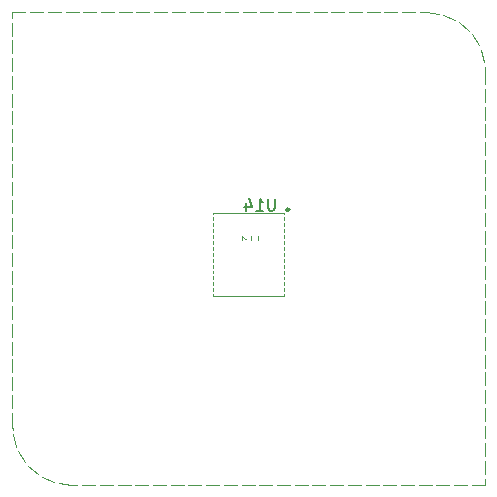
<source format=gbr>
%TF.GenerationSoftware,KiCad,Pcbnew,7.0.7+dfsg-1*%
%TF.CreationDate,2024-03-25T16:35:43+01:00*%
%TF.ProjectId,bitaxeUltra-asic,62697461-7865-4556-9c74-72612d617369,rev?*%
%TF.SameCoordinates,Original*%
%TF.FileFunction,Legend,Bot*%
%TF.FilePolarity,Positive*%
%FSLAX46Y46*%
G04 Gerber Fmt 4.6, Leading zero omitted, Abs format (unit mm)*
G04 Created by KiCad (PCBNEW 7.0.7+dfsg-1) date 2024-03-25 16:35:43*
%MOMM*%
%LPD*%
G01*
G04 APERTURE LIST*
G04 Aperture macros list*
%AMRoundRect*
0 Rectangle with rounded corners*
0 $1 Rounding radius*
0 $2 $3 $4 $5 $6 $7 $8 $9 X,Y pos of 4 corners*
0 Add a 4 corners polygon primitive as box body*
4,1,4,$2,$3,$4,$5,$6,$7,$8,$9,$2,$3,0*
0 Add four circle primitives for the rounded corners*
1,1,$1+$1,$2,$3*
1,1,$1+$1,$4,$5*
1,1,$1+$1,$6,$7*
1,1,$1+$1,$8,$9*
0 Add four rect primitives between the rounded corners*
20,1,$1+$1,$2,$3,$4,$5,0*
20,1,$1+$1,$4,$5,$6,$7,0*
20,1,$1+$1,$6,$7,$8,$9,0*
20,1,$1+$1,$8,$9,$2,$3,0*%
G04 Aperture macros list end*
%ADD10C,0.100000*%
%ADD11C,0.150000*%
%ADD12C,0.050000*%
%ADD13C,0.227485*%
%ADD14C,2.800000*%
%ADD15RoundRect,0.250001X0.899999X-0.899999X0.899999X0.899999X-0.899999X0.899999X-0.899999X-0.899999X0*%
%ADD16C,2.300000*%
%ADD17RoundRect,0.250000X0.625000X-0.350000X0.625000X0.350000X-0.625000X0.350000X-0.625000X-0.350000X0*%
%ADD18O,1.750000X1.200000*%
%ADD19R,0.792000X0.221000*%
%ADD20R,4.277000X1.810000*%
%ADD21R,4.277000X4.530000*%
%ADD22O,1.700000X1.700000*%
%ADD23R,1.700000X1.700000*%
G04 APERTURE END LIST*
D10*
X136651904Y-77427419D02*
X136651904Y-76427419D01*
X136651904Y-76903609D02*
X136080476Y-76903609D01*
X136080476Y-77427419D02*
X136080476Y-76427419D01*
X135080476Y-77427419D02*
X135651904Y-77427419D01*
X135366190Y-77427419D02*
X135366190Y-76427419D01*
X135366190Y-76427419D02*
X135461428Y-76570276D01*
X135461428Y-76570276D02*
X135556666Y-76665514D01*
X135556666Y-76665514D02*
X135651904Y-76713133D01*
D11*
X138098094Y-73271819D02*
X138098094Y-74081342D01*
X138098094Y-74081342D02*
X138050475Y-74176580D01*
X138050475Y-74176580D02*
X138002856Y-74224200D01*
X138002856Y-74224200D02*
X137907618Y-74271819D01*
X137907618Y-74271819D02*
X137717142Y-74271819D01*
X137717142Y-74271819D02*
X137621904Y-74224200D01*
X137621904Y-74224200D02*
X137574285Y-74176580D01*
X137574285Y-74176580D02*
X137526666Y-74081342D01*
X137526666Y-74081342D02*
X137526666Y-73271819D01*
X136526666Y-74271819D02*
X137098094Y-74271819D01*
X136812380Y-74271819D02*
X136812380Y-73271819D01*
X136812380Y-73271819D02*
X136907618Y-73414676D01*
X136907618Y-73414676D02*
X137002856Y-73509914D01*
X137002856Y-73509914D02*
X137098094Y-73557533D01*
X135669523Y-73605152D02*
X135669523Y-74271819D01*
X135907618Y-73224200D02*
X136145713Y-73938485D01*
X136145713Y-73938485D02*
X135526666Y-73938485D01*
D10*
%TO.C,H1*%
X155890000Y-62470000D02*
X155890000Y-63570000D01*
X155890000Y-63970000D02*
X155890000Y-65070000D01*
X155890000Y-65470000D02*
X155890000Y-66570000D01*
X155890000Y-66970000D02*
X155890000Y-68070000D01*
X155890000Y-68470000D02*
X155890000Y-69570000D01*
X155890000Y-69970000D02*
X155890000Y-71070000D01*
X155890000Y-71470000D02*
X155890000Y-72570000D01*
X155890000Y-72970000D02*
X155890000Y-74070000D01*
X155890000Y-74470000D02*
X155890000Y-75570000D01*
X155890000Y-75970000D02*
X155890000Y-77070000D01*
X155890000Y-77470000D02*
X155890000Y-78570000D01*
X155890000Y-78970000D02*
X155890000Y-80070000D01*
X155890000Y-80470000D02*
X155890000Y-81570000D01*
X155890000Y-81970000D02*
X155890000Y-83070000D01*
X155890000Y-83470000D02*
X155890000Y-84570000D01*
X155890000Y-84970000D02*
X155890000Y-86070000D01*
X155890000Y-86470000D02*
X155890000Y-87570000D01*
X155890000Y-87970000D02*
X155890000Y-89070000D01*
X155890000Y-89470000D02*
X155890000Y-90570000D01*
X155890000Y-90970000D02*
X155890000Y-92070000D01*
X155890000Y-92470000D02*
X155890000Y-93570000D01*
X155890000Y-93970000D02*
X155890000Y-95070000D01*
X155890000Y-95470000D02*
X155890000Y-96570000D01*
X155890000Y-96970000D02*
X155890000Y-97470000D01*
X155890000Y-97470000D02*
X154790000Y-97470000D01*
X154390000Y-97470000D02*
X153290000Y-97470000D01*
X152890000Y-97470000D02*
X151790000Y-97470000D01*
X151390000Y-97470000D02*
X150290000Y-97470000D01*
X149890000Y-97470000D02*
X148790000Y-97470000D01*
X148390000Y-97470000D02*
X147290000Y-97470000D01*
X146890000Y-97470000D02*
X145790000Y-97470000D01*
X145390000Y-97470000D02*
X144290000Y-97470000D01*
X143890000Y-97470000D02*
X142790000Y-97470000D01*
X142390000Y-97470000D02*
X141290000Y-97470000D01*
X140890000Y-97470000D02*
X139790000Y-97470000D01*
X139390000Y-97470000D02*
X138290000Y-97470000D01*
X137890000Y-97470000D02*
X136790000Y-97470000D01*
X136390000Y-97470000D02*
X135290000Y-97470000D01*
X134890000Y-97470000D02*
X133790000Y-97470000D01*
X133390000Y-97470000D02*
X132290000Y-97470000D01*
X131890000Y-97470000D02*
X130790000Y-97470000D01*
X130390000Y-97470000D02*
X129290000Y-97470000D01*
X128890000Y-97470000D02*
X127790000Y-97470000D01*
X127390000Y-97470000D02*
X126290000Y-97470000D01*
X125890000Y-97470000D02*
X124790000Y-97470000D01*
X124390000Y-97470000D02*
X123290000Y-97470000D01*
X122890000Y-97470000D02*
X121790000Y-97470000D01*
X121390000Y-97470000D02*
X120890000Y-97470000D01*
X115890000Y-57470000D02*
X116990000Y-57470000D01*
X117390000Y-57470000D02*
X118490000Y-57470000D01*
X118890000Y-57470000D02*
X119990000Y-57470000D01*
X120390000Y-57470000D02*
X121490000Y-57470000D01*
X121890000Y-57470000D02*
X122990000Y-57470000D01*
X123390000Y-57470000D02*
X124490000Y-57470000D01*
X124890000Y-57470000D02*
X125990000Y-57470000D01*
X126390000Y-57470000D02*
X127490000Y-57470000D01*
X127890000Y-57470000D02*
X128990000Y-57470000D01*
X129390000Y-57470000D02*
X130490000Y-57470000D01*
X130890000Y-57470000D02*
X131990000Y-57470000D01*
X132390000Y-57470000D02*
X133490000Y-57470000D01*
X133890000Y-57470000D02*
X134990000Y-57470000D01*
X135390000Y-57470000D02*
X136490000Y-57470000D01*
X136890000Y-57470000D02*
X137990000Y-57470000D01*
X138390000Y-57470000D02*
X139490000Y-57470000D01*
X139890000Y-57470000D02*
X140990000Y-57470000D01*
X141390000Y-57470000D02*
X142490000Y-57470000D01*
X142890000Y-57470000D02*
X143990000Y-57470000D01*
X144390000Y-57470000D02*
X145490000Y-57470000D01*
X145890000Y-57470000D02*
X146990000Y-57470000D01*
X147390000Y-57470000D02*
X148490000Y-57470000D01*
X148890000Y-57470000D02*
X149990000Y-57470000D01*
X150390000Y-57470000D02*
X150890000Y-57470000D01*
X115890000Y-92470000D02*
X115890000Y-91370000D01*
X115890000Y-90970000D02*
X115890000Y-89870000D01*
X115890000Y-89470000D02*
X115890000Y-88370000D01*
X115890000Y-87970000D02*
X115890000Y-86870000D01*
X115890000Y-86470000D02*
X115890000Y-85370000D01*
X115890000Y-84970000D02*
X115890000Y-83870000D01*
X115890000Y-83470000D02*
X115890000Y-82370000D01*
X115890000Y-81970000D02*
X115890000Y-80870000D01*
X115890000Y-80470000D02*
X115890000Y-79370000D01*
X115890000Y-78970000D02*
X115890000Y-77870000D01*
X115890000Y-77470000D02*
X115890000Y-76370000D01*
X115890000Y-75970000D02*
X115890000Y-74870000D01*
X115890000Y-74470000D02*
X115890000Y-73370000D01*
X115890000Y-72970000D02*
X115890000Y-71870000D01*
X115890000Y-71470000D02*
X115890000Y-70370000D01*
X115890000Y-69970000D02*
X115890000Y-68870000D01*
X115890000Y-68470000D02*
X115890000Y-67370000D01*
X115890000Y-66970000D02*
X115890000Y-65870000D01*
X115890000Y-65470000D02*
X115890000Y-64370000D01*
X115890000Y-63970000D02*
X115890000Y-62870000D01*
X115890000Y-62470000D02*
X115890000Y-61370000D01*
X115890000Y-60970000D02*
X115890000Y-59870000D01*
X115890000Y-59470000D02*
X115890000Y-58370000D01*
X115890000Y-57970000D02*
X115890000Y-57470000D01*
X150890000Y-57470000D02*
X151981148Y-57590512D01*
X152367601Y-57693317D02*
X153374400Y-58130904D01*
X153713212Y-58343321D02*
X154545729Y-59058893D01*
X154806634Y-59361950D02*
X155390502Y-60291587D01*
X155550195Y-60658211D02*
X155833258Y-61718872D01*
X155877474Y-62116313D02*
X155890000Y-62470000D01*
X120890000Y-97470000D02*
X119798851Y-97349487D01*
X119412398Y-97246682D02*
X118405599Y-96809095D01*
X118066787Y-96596678D02*
X117234270Y-95881106D01*
X116973365Y-95578049D02*
X116389497Y-94648412D01*
X116229804Y-94281788D02*
X115946741Y-93221127D01*
X115902525Y-92823686D02*
X115890000Y-92470000D01*
D12*
%TO.C,U14*%
X138890000Y-74517000D02*
X132890000Y-74517000D01*
X132890000Y-74517000D02*
X132890000Y-81517000D01*
X132890000Y-81517000D02*
X138890000Y-81517000D01*
X138890000Y-81517000D02*
X138890000Y-74517000D01*
D13*
X139323742Y-74207000D02*
G75*
G03*
X139323742Y-74207000I-113742J0D01*
G01*
%TD*%
%LPC*%
D14*
%TO.C,J2*%
X159850000Y-110210000D03*
X159850000Y-105410000D03*
X159850000Y-100610000D03*
D15*
X146050000Y-110210000D03*
D16*
X146050000Y-105410000D03*
X146050000Y-100610000D03*
%TD*%
D17*
%TO.C,J1*%
X158750000Y-67500000D03*
D18*
X158750000Y-65500000D03*
X158750000Y-63500000D03*
%TD*%
D19*
%TO.C,U14*%
X138806000Y-74754000D03*
X138806000Y-75256000D03*
X138806000Y-75758000D03*
X138806000Y-76260000D03*
X138806000Y-76762000D03*
X138806000Y-77264000D03*
X138806000Y-77766000D03*
X138806000Y-78268000D03*
X138806000Y-78770000D03*
X138806000Y-79272000D03*
X138806000Y-79774000D03*
X138806000Y-80276000D03*
X138806000Y-80778000D03*
X138806000Y-81280000D03*
X132974000Y-81267000D03*
X132974000Y-80767000D03*
X132974000Y-80267000D03*
X132974000Y-79767000D03*
X132974000Y-79267000D03*
X132974000Y-78770000D03*
X132974000Y-78267000D03*
X132974000Y-77766000D03*
X132974000Y-77264000D03*
X132974000Y-76762000D03*
X132974000Y-76260000D03*
X132974000Y-75767000D03*
X132974000Y-75256000D03*
X132974000Y-74767000D03*
D20*
X135890000Y-75549000D03*
D21*
X135890000Y-79125000D03*
%TD*%
D22*
%TO.C,J3*%
X137160000Y-55880000D03*
X139700000Y-55880000D03*
X142240000Y-55880000D03*
X144780000Y-55880000D03*
D23*
X147320000Y-55880000D03*
%TD*%
%LPD*%
M02*

</source>
